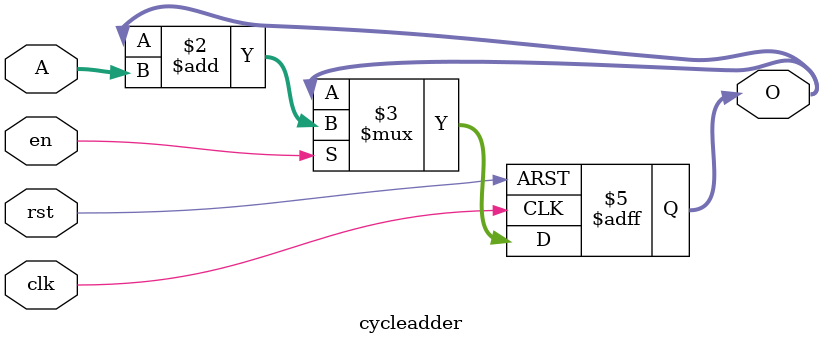
<source format=sv>
module cycleadder
#(parameter WIDTH = 4)(
  input clk,
  input rst,
  input en,
  input [WIDTH-1:0] A,
  output [WIDTH-1:0] O
);

  always_ff @(posedge clk or posedge rst)
    if (rst) O <= 0;
    else if (en) O <= O + A;

endmodule

</source>
